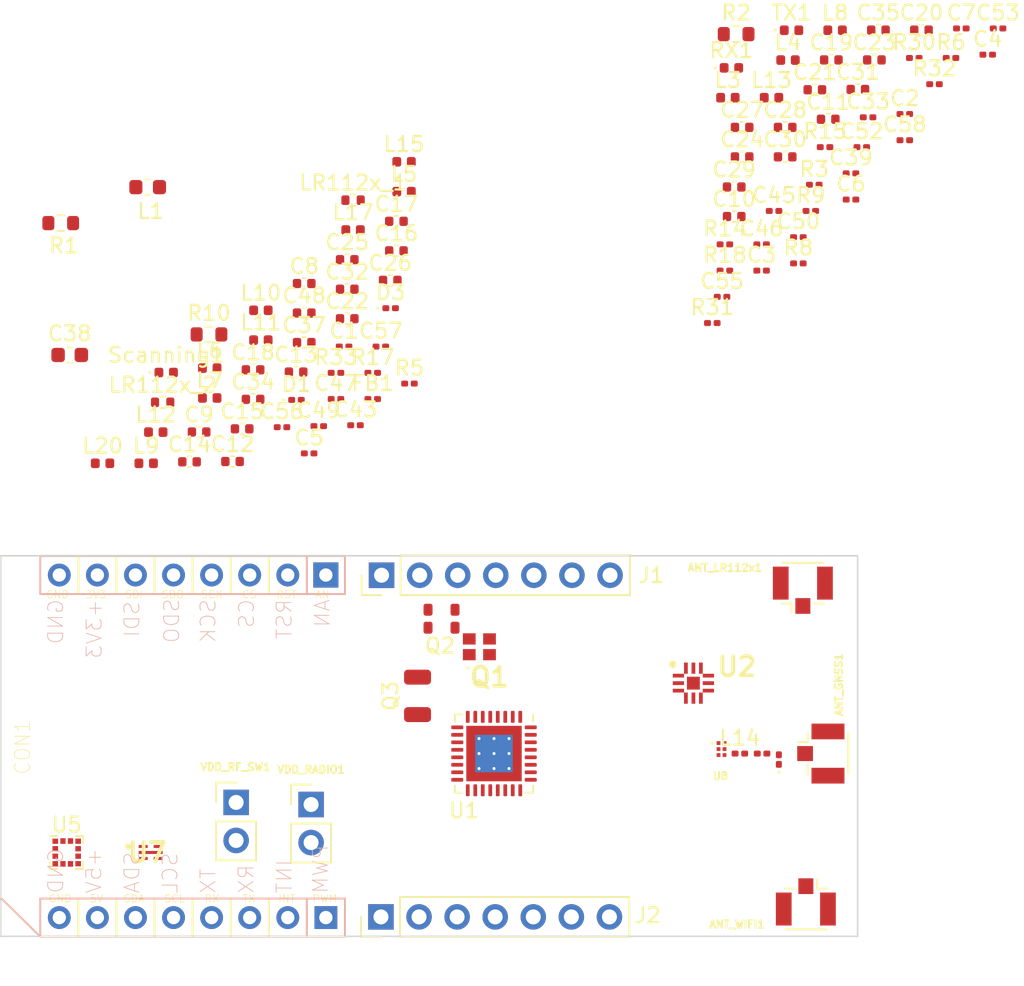
<source format=kicad_pcb>
(kicad_pcb (version 20211014) (generator pcbnew)
  (layers (0 "F.Cu" signal) (1 "In1.Cu" signal) (2 "In2.Cu" signal) (31 "B.Cu" signal) (34 "B.Paste" user) (35 "F.Paste" user) (36 "B.SilkS" user "B.Silkscreen") (37 "F.SilkS" user "F.Silkscreen") (38 "B.Mask" user) (39 "F.Mask" user) (44 "Edge.Cuts" user))
  (net 0 "")
  (net 1 "Net-(ANT_GNSS1-Pad1)")
  (net 2 "GND")
  (net 3 "Net-(ANT_LR112x1-Pad1)")
  (net 4 "Net-(ANT_WIFI1-Pad1)")
  (net 5 "/VDD_RADIO")
  (net 6 "/VREG")
  (net 7 "/VR_PA")
  (net 8 "Net-(C8-Pad1)")
  (net 9 "Net-(C8-Pad2)")
  (net 10 "Net-(C10-Pad1)")
  (net 11 "Net-(C10-Pad2)")
  (net 12 "/RFO_LP_LF")
  (net 13 "Net-(C13-Pad2)")
  (net 14 "Net-(C15-Pad1)")
  (net 15 "Net-(C15-Pad2)")
  (net 16 "Net-(C18-Pad2)")
  (net 17 "Net-(C19-Pad1)")
  (net 18 "Net-(C19-Pad2)")
  (net 19 "Net-(C21-Pad2)")
  (net 20 "Net-(C22-Pad2)")
  (net 21 "Net-(C23-Pad1)")
  (net 22 "Net-(C23-Pad2)")
  (net 23 "Net-(C25-Pad2)")
  (net 24 "Net-(C26-Pad2)")
  (net 25 "Net-(C27-Pad1)")
  (net 26 "Net-(C28-Pad1)")
  (net 27 "Net-(C29-Pad1)")
  (net 28 "Net-(C31-Pad1)")
  (net 29 "/VDD_MBED")
  (net 30 "/VDD_3V3")
  (net 31 "/VUSB_5V")
  (net 32 "/VDD_RF_SW")
  (net 33 "/LNA_CTRL_ON")
  (net 34 "Net-(C45-Pad1)")
  (net 35 "Net-(C46-Pad1)")
  (net 36 "Net-(C49-Pad1)")
  (net 37 "/XTA")
  (net 38 "Net-(C50-Pad2)")
  (net 39 "Net-(C52-Pad1)")
  (net 40 "Net-(C54-Pad2)")
  (net 41 "/VTCXO")
  (net 42 "/DIO11")
  (net 43 "/DIO10")
  (net 44 "/T_IRQ")
  (net 45 "/BUSY")
  (net 46 "/SNIFFING")
  (net 47 "/F_CS")
  (net 48 "/DIO9")
  (net 49 "/TFT_D{slash}C")
  (net 50 "/TFT_CS")
  (net 51 "/LED_RX")
  (net 52 "/LED_TX")
  (net 53 "/LNA_CTRL_MCU")
  (net 54 "/LR112x")
  (net 55 "/32k_OUT")
  (net 56 "/ACC_INT1")
  (net 57 "/DISP_RESET")
  (net 58 "Net-(L1-Pad1)")
  (net 59 "Net-(L14-Pad1)")
  (net 60 "/XTB")
  (net 61 "/I2C_SCL")
  (net 62 "/I2C_SDA")
  (net 63 "/DIO5")
  (net 64 "/DIO6")
  (net 65 "Net-(R14-Pad2)")
  (net 66 "Net-(R15-Pad2)")
  (net 67 "/DIO7")
  (net 68 "Net-(R30-Pad2)")
  (net 69 "Net-(R31-Pad2)")
  (net 70 "/DIO8")
  (net 71 "/LR_NRESET")
  (net 75 "/MISO")
  (net 76 "/MOSI")
  (net 77 "/SCK")
  (net 78 "/NSS")
  (net 79 "/RSFW0_V1")
  (net 80 "/RSFW1V2")
  (net 81 "/ACC_INT2")
  (footprint "Capacitor_SMD:C_0201_0603Metric" (layer "F.Cu") (at 165.83 66.56)
    (fp_text reference "C4" (at 0 -1.05) (layer "F.SilkS"))
    (fp_text value "100nF")
    (pad "1" smd roundrect (at -0.32 0) (size 0.46 0.4) (layers "F.Cu" "F.Mask") (net 5 "/VDD_RADIO"))
    (pad "2" smd roundrect (at 0.32 0) (size 0.46 0.4) (layers "F.Cu" "F.Mask") (net 2 "GND"))
  )
  (footprint "Package_LGA:LGA-12_2x2mm_P0.5mm" (layer "F.Cu") (at 104.4 119.8)
    (fp_text reference "U5" (at 0 -1.85) (layer "F.SilkS"))
    (fp_text value "LIS2DE12")
    (pad "1" smd rect (at -0.7625 -0.75) (size 0.375 0.35) (layers "F.Cu" "F.Paste" "F.Mask") (net 61 "/I2C_SCL"))
    (pad "2" smd rect (at -0.7625 -0.25) (size 0.375 0.35) (layers "F.Cu" "F.Paste" "F.Mask") (net 30 "/VDD_3V3"))
    (pad "3" smd rect (at -0.7625 0.25) (size 0.375 0.35) (layers "F.Cu" "F.Paste" "F.Mask") (net 30 "/VDD_3V3"))
    (pad "4" smd rect (at -0.7625 0.75) (size 0.375 0.35) (layers "F.Cu" "F.Paste" "F.Mask") (net 62 "/I2C_SDA"))
    (pad "5" smd rect (at -0.25 0.7625 90) (size 0.375 0.35) (layers "F.Cu" "F.Paste" "F.Mask") (net 2 "GND"))
    (pad "6" smd rect (at 0.25 0.7625 90) (size 0.375 0.35) (layers "F.Cu" "F.Paste" "F.Mask") (net 2 "GND"))
    (pad "7" smd rect (at 0.7625 0.75) (size 0.375 0.35) (layers "F.Cu" "F.Paste" "F.Mask") (net 2 "GND"))
    (pad "8" smd rect (at 0.7625 0.25) (size 0.375 0.35) (layers "F.Cu" "F.Paste" "F.Mask") (net 2 "GND"))
    (pad "9" smd rect (at 0.7625 -0.25) (size 0.375 0.35) (layers "F.Cu" "F.Paste" "F.Mask") (net 30 "/VDD_3V3"))
    (pad "10" smd rect (at 0.7625 -0.75) (size 0.375 0.35) (layers "F.Cu" "F.Paste" "F.Mask") (net 30 "/VDD_3V3"))
    (pad "11" smd rect (at 0.25 -0.7625 90) (size 0.375 0.35) (layers "F.Cu" "F.Paste" "F.Mask") (net 81 "/ACC_INT2"))
    (pad "12" smd rect (at -0.25 -0.7625 90) (size 0.375 0.35) (layers "F.Cu" "F.Paste" "F.Mask") (net 56 "/ACC_INT1"))
  )
  (footprint "Resistor_SMD:R_0603_1608Metric" (layer "F.Cu") (at 104 77.8)
    (fp_text reference "R1" (at 0.2 1.5) (layer "F.SilkS"))
    (fp_text value "NC")
    (pad "1" smd roundrect (at -0.825 0) (size 0.8 0.95) (layers "F.Cu" "F.Paste" "F.Mask") (net 5 "/VDD_RADIO"))
    (pad "2" smd roundrect (at 0.825 0) (size 0.8 0.95) (layers "F.Cu" "F.Paste" "F.Mask") (net 29 "/VDD_MBED"))
  )
  (footprint "Resistor_SMD:R_0201_0603Metric" (layer "F.Cu") (at 154.26 75.24)
    (fp_text reference "R3" (at 0 -1.05) (layer "F.SilkS"))
    (fp_text value "220")
    (pad "1" smd roundrect (at -0.32 0) (size 0.46 0.4) (layers "F.Cu" "F.Mask") (net 2 "GND"))
    (pad "2" smd roundrect (at 0.32 0) (size 0.46 0.4) (layers "F.Cu" "F.Mask") (net 37 "/XTA"))
  )
  (footprint "Connector_PinHeader_2.54mm:PinHeader_1x07_P2.54mm_Vertical" (layer "F.Cu") (at 125.4 101.3 90)
    (fp_text reference "J1" (at 0 18) (layer "F.SilkS"))
    (fp_text value "Conn_01x07" hide)
    (pad "1" thru_hole rect locked (at 0 0 90) (size 1.7 1.7) (drill 1) (layers *.Cu *.Mask) (net 44 "/T_IRQ"))
    (pad "2" thru_hole oval locked (at 0 2.54 90) (size 1.7 1.7) (drill 1) (layers *.Cu *.Mask) (net 45 "/BUSY"))
    (pad "3" thru_hole oval locked (at 0 5.08 90) (size 1.7 1.7) (drill 1) (layers *.Cu *.Mask) (net 46 "/SNIFFING"))
    (pad "4" thru_hole oval locked (at 0 7.62 90) (size 1.7 1.7) (drill 1) (layers *.Cu *.Mask) (net 47 "/F_CS"))
    (pad "5" thru_hole oval locked (at 0 10.16 90) (size 1.7 1.7) (drill 1) (layers *.Cu *.Mask) (net 48 "/DIO9"))
    (pad "6" thru_hole oval locked (at 0 12.7 90) (size 1.7 1.7) (drill 1) (layers *.Cu *.Mask) (net 49 "/TFT_D{slash}C"))
    (pad "7" thru_hole oval locked (at 0 15.24 90) (size 1.7 1.7) (drill 1) (layers *.Cu *.Mask) (net 50 "/TFT_CS"))
  )
  (footprint "Capacitor_SMD:C_0201_0603Metric" (layer "F.Cu") (at 160.3 70.52)
    (fp_text reference "C2" (at 0 -1.05) (layer "F.SilkS"))
    (fp_text value "47pF")
    (pad "1" smd roundrect (at -0.32 0) (size 0.46 0.4) (layers "F.Cu" "F.Mask") (net 5 "/VDD_RADIO"))
    (pad "2" smd roundrect (at 0.32 0) (size 0.46 0.4) (layers "F.Cu" "F.Mask") (net 2 "GND"))
  )
  (footprint "Capacitor_SMD:C_0201_0603Metric" (layer "F.Cu") (at 118.76 91.42)
    (fp_text reference "C56" (at 0 -1.05) (layer "F.SilkS"))
    (fp_text value "0.5pF")
    (pad "1" smd roundrect (at -0.32 0) (size 0.46 0.4) (layers "F.Cu" "F.Mask") (net 2 "GND"))
    (pad "2" smd roundrect (at 0.32 0) (size 0.46 0.4) (layers "F.Cu" "F.Mask") (net 42 "/DIO11"))
  )
  (footprint "Inductor_SMD:L_0402_1005Metric" (layer "F.Cu") (at 113.94 87.48)
    (fp_text reference "L6" (at 0 -1.17) (layer "F.SilkS"))
    (fp_text value "9.5nH")
    (pad "1" smd roundrect (at -0.485 0) (size 0.59 0.64) (layers "F.Cu" "F.Paste" "F.Mask") (net 10 "Net-(C10-Pad1)"))
    (pad "2" smd roundrect (at 0.485 0) (size 0.59 0.64) (layers "F.Cu" "F.Paste" "F.Mask") (net 9 "Net-(C8-Pad2)"))
  )
  (footprint "Capacitor_SMD:C_0402_1005Metric" (layer "F.Cu") (at 120.24 85.77)
    (fp_text reference "C37" (at 0 -1.16) (layer "F.SilkS"))
    (fp_text value "12pF")
    (pad "1" smd roundrect (at -0.48 0) (size 0.56 0.62) (layers "F.Cu" "F.Paste" "F.Mask") (net 2 "GND"))
    (pad "2" smd roundrect (at 0.48 0) (size 0.56 0.62) (layers "F.Cu" "F.Paste" "F.Mask") (net 31 "/VUSB_5V"))
  )
  (footprint "SKY13588:QFN50P200X200X65-13N-D" (layer "F.Cu") (at 146.2 108.5)
    (fp_text reference "U2" (at 2.9 -1.1) (layer "F.SilkS") (effects (font (size 1.27 1.27) (thickness 0.254))))
    (fp_text value "SKY13588-460LF" hide)
    (pad "1" smd rect locked (at -1 -0.5 90) (size 0.25 0.75) (layers "F.Cu" "F.Paste" "F.Mask") (net 11 "Net-(C10-Pad2)"))
    (pad "2" smd rect locked (at -1 0 90) (size 0.25 0.75) (layers "F.Cu" "F.Paste" "F.Mask") (net 2 "GND"))
    (pad "3" smd rect locked (at -1 0.5 90) (size 0.25 0.75) (layers "F.Cu" "F.Paste" "F.Mask") (net 15 "Net-(C15-Pad2)"))
    (pad "4" smd rect locked (at -0.5 1) (size 0.25 0.75) (layers "F.Cu" "F.Paste" "F.Mask") (net 79 "/RSFW0_V1"))
    (pad "5" smd rect locked (at 0 1) (size 0.25 0.75) (layers "F.Cu" "F.Paste" "F.Mask") (net 80 "/RSFW1V2"))
    (pad "6" smd rect locked (at 0.5 1) (size 0.25 0.75) (layers "F.Cu" "F.Paste" "F.Mask") (net 32 "/VDD_RF_SW"))
    (pad "7" smd rect locked (at 1 0.5 90) (size 0.25 0.75) (layers "F.Cu" "F.Paste" "F.Mask") (net 2 "GND"))
    (pad "8" smd rect locked (at 1 0 90) (size 0.25 0.75) (layers "F.Cu" "F.Paste" "F.Mask") (net 2 "GND"))
    (pad "9" smd rect locked (at 1 -0.5 90) (size 0.25 0.75) (layers "F.Cu" "F.Paste" "F.Mask") (net 19 "Net-(C21-Pad2)"))
    (pad "10" smd rect locked (at 0.5 -1) (size 0.25 0.75) (layers "F.Cu" "F.Paste" "F.Mask") (net 2 "GND"))
    (pad "11" smd rect locked (at 0 -1) (size 0.25 0.75) (layers "F.Cu" "F.Paste" "F.Mask") (net 28 "Net-(C31-Pad1)"))
    (pad "12" smd rect locked (at -0.5 -1) (size 0.25 0.75) (layers "F.Cu" "F.Paste" "F.Mask") (net 2 "GND"))
    (pad "13" smd rect locked (at 0 0) (size 0.86 0.86) (layers "F.Cu" "F.Paste" "F.Mask") (net 2 "GND"))
  )
  (footprint "Capacitor_SMD:C_0402_1005Metric" (layer "F.Cu") (at 155.19 70.87)
    (fp_text reference "C11" (at 0 -1.16) (layer "F.SilkS"))
    (fp_text value "NC")
    (pad "1" smd roundrect (at -0.48 0) (size 0.56 0.62) (layers "F.Cu" "F.Paste" "F.Mask") (net 10 "Net-(C10-Pad1)"))
    (pad "2" smd roundrect (at 0.48 0) (size 0.56 0.62) (layers "F.Cu" "F.Paste" "F.Mask") (net 2 "GND"))
  )
  (footprint "Connector_PinHeader_2.54mm:PinHeader_1x02_P2.54mm_Vertical" (layer "F.Cu") (at 115.7 116.46)
    (fp_text reference "VDD_RF_SW1" (at -0.05 -2.36 180) (layer "F.SilkS") (effects (font (size 0.5 0.5) (thickness 0.125))))
    (fp_text value "Jumper_2_Bridged")
    (pad "1" thru_hole rect (at 0 0) (size 1.7 1.7) (drill 1) (layers *.Cu *.Mask) (net 32 "/VDD_RF_SW"))
    (pad "2" thru_hole oval (at 0 2.54) (size 1.7 1.7) (drill 1) (layers *.Cu *.Mask) (net 30 "/VDD_3V3"))
  )
  (footprint "Capacitor_SMD:C_0402_1005Metric" (layer "F.Cu") (at 158.27 66.91)
    (fp_text reference "C23" (at 0 -1.16) (layer "F.SilkS"))
    (fp_text value "1.5pF")
    (pad "1" smd roundrect (at -0.48 0) (size 0.56 0.62) (layers "F.Cu" "F.Paste" "F.Mask") (net 21 "Net-(C23-Pad1)"))
    (pad "2" smd roundrect (at 0.48 0) (size 0.56 0.62) (layers "F.Cu" "F.Paste" "F.Mask") (net 22 "Net-(C23-Pad2)"))
  )
  (footprint "Inductor_SMD:L_0402_1005Metric" (layer "F.Cu") (at 113.94 89.47)
    (fp_text reference "L7" (at 0 -1.17) (layer "F.SilkS"))
    (fp_text value "9.5nH")
    (pad "1" smd roundrect (at -0.485 0) (size 0.59 0.64) (layers "F.Cu" "F.Paste" "F.Mask") (net 13 "Net-(C13-Pad2)"))
    (pad "2" smd roundrect (at 0.485 0) (size 0.59 0.64) (layers "F.Cu" "F.Paste" "F.Mask") (net 12 "/RFO_LP_LF"))
  )
  (footprint "EXS00A-CS06465:NX2016SA32MEXS00ACS06465" (layer "F.Cu") (at 131.925 106.075)
    (fp_text reference "Q1" (at 0.675 2.025) (layer "F.SilkS") (effects (font (size 1.27 1.27) (thickness 0.254))))
    (fp_text value "NX2016SA-32M-EXS00A-CS06465" hide)
    (pad "1" smd rect locked (at -0.675 0.525 90) (size 0.75 0.85) (layers "F.Cu" "F.Paste" "F.Mask") (net 60 "/XTB"))
    (pad "2" smd rect locked (at 0.675 0.525 90) (size 0.75 0.85) (layers "F.Cu" "F.Paste" "F.Mask") (net 2 "GND"))
    (pad "3" smd rect locked (at 0.675 -0.525 90) (size 0.75 0.85) (layers "F.Cu" "F.Paste" "F.Mask") (net 37 "/XTA"))
    (pad "4" smd rect locked (at -0.675 -0.525 90) (size 0.75 0.85) (layers "F.Cu" "F.Paste" "F.Mask") (net 2 "GND"))
  )
  (footprint "Resistor_SMD:R_0201_0603Metric" (layer "F.Cu") (at 163.38 66.78)
    (fp_text reference "R6" (at 0 -1.05) (layer "F.SilkS"))
    (fp_text value "NC")
    (pad "1" smd roundrect (at -0.32 0) (size 0.46 0.4) (layers "F.Cu" "F.Mask") (net 62 "/I2C_SDA"))
    (pad "2" smd roundrect (at 0.32 0) (size 0.46 0.4) (layers "F.Cu" "F.Mask") (net 30 "/VDD_3V3"))
  )
  (footprint "Inductor_SMD:L_0402_1005Metric" (layer "F.Cu") (at 148.5 69.43)
    (fp_text reference "L3" (at 0 -1.17) (layer "F.SilkS"))
    (fp_text value "9.5nH")
    (pad "1" smd roundrect (at -0.485 0) (size 0.59 0.64) (layers "F.Cu" "F.Paste" "F.Mask") (net 8 "Net-(C8-Pad1)"))
    (pad "2" smd roundrect (at 0.485 0) (size 0.59 0.64) (layers "F.Cu" "F.Paste" "F.Mask") (net 7 "/VR_PA"))
  )
  (footprint "Capacitor_SMD:C_0402_1005Metric" (layer "F.Cu") (at 125.98 81.62)
    (fp_text reference "C26" (at 0 -1.16) (layer "F.SilkS"))
    (fp_text value "0.5pF")
    (pad "1" smd roundrect (at -0.48 0) (size 0.56 0.62) (layers "F.Cu" "F.Paste" "F.Mask") (net 2 "GND"))
    (pad "2" smd roundrect (at 0.48 0) (size 0.56 0.62) (layers "F.Cu" "F.Paste" "F.Mask") (net 24 "Net-(C26-Pad2)"))
  )
  (footprint "Capacitor_SMD:C_0201_0603Metric" (layer "F.Cu") (at 121.21 91.35)
    (fp_text reference "C49" (at 0 -1.05) (layer "F.SilkS"))
    (fp_text value "0.5pF")
    (pad "1" smd roundrect (at -0.32 0) (size 0.46 0.4) (layers "F.Cu" "F.Mask") (net 36 "Net-(C49-Pad1)"))
    (pad "2" smd roundrect (at 0.32 0) (size 0.46 0.4) (layers "F.Cu" "F.Mask") (net 2 "GND"))
  )
  (footprint "Capacitor_SMD:C_0201_0603Metric" (layer "F.Cu") (at 160.3 72.27)
    (fp_text reference "C58" (at 0 -1.05) (layer "F.SilkS"))
    (fp_text value "1nF")
    (pad "1" smd roundrect (at -0.32 0) (size 0.46 0.4) (layers "F.Cu" "F.Mask") (net 2 "GND"))
    (pad "2" smd roundrect (at 0.32 0) (size 0.46 0.4) (layers "F.Cu" "F.Mask") (net 32 "/VDD_RF_SW"))
  )
  (footprint "Capacitor_SMD:C_0402_1005Metric" (layer "F.Cu") (at 113.23 91.74)
    (fp_text reference "C9" (at 0 -1.16) (layer "F.SilkS"))
    (fp_text value "0.5pF")
    (pad "1" smd roundrect (at -0.48 0) (size 0.56 0.62) (layers "F.Cu" "F.Paste" "F.Mask") (net 9 "Net-(C8-Pad2)"))
    (pad "2" smd roundrect (at 0.48 0) (size 0.56 0.62) (layers "F.Cu" "F.Paste" "F.Mask") (net 2 "GND"))
  )
  (footprint "Connector_Coaxial:U.FL_Hirose_U.FL-R-SMT-1_Vertical" (layer "F.Cu") (at 153.5 102.3 90)
    (fp_text reference "ANT_LR112x1" (at 1.5 -5.2) (layer "F.SilkS") (effects (font (size 0.5 0.5) (thickness 0.125))))
    (fp_text value "Conn_Coaxial")
    (pad "1" smd rect (at -1.05 0 90) (size 1.05 1) (layers "F.Cu" "F.Paste" "F.Mask") (net 3 "Net-(ANT_LR112x1-Pad1)"))
    (pad "2" smd rect (at 0.475 1.475 90) (size 2.2 1.05) (layers "F.Cu" "F.Paste" "F.Mask") (net 2 "GND"))
    (pad "2" smd rect (at 0.475 -1.475 90) (size 2.2 1.05) (layers "F.Cu" "F.Paste" "F.Mask") (net 2 "GND"))
  )
  (footprint "Resistor_SMD:R_0201_0603Metric" (layer "F.Cu") (at 154.98 72.73)
    (fp_text reference "R15" (at 0 -1.05) (layer "F.SilkS"))
    (fp_text value "330")
    (pad "1" smd roundrect (at -0.32 0) (size 0.46 0.4) (layers "F.Cu" "F.Mask") (net 2 "GND"))
    (pad "2" smd roundrect (at 0.32 0) (size 0.46 0.4) (layers "F.Cu" "F.Mask") (net 66 "Net-(R15-Pad2)"))
  )
  (footprint "Capacitor_SMD:C_0402_1005Metric" (layer "F.Cu") (at 126.39 79.65)
    (fp_text reference "C16" (at 0 -1.16) (layer "F.SilkS"))
    (fp_text value "NC")
    (pad "1" smd roundrect (at -0.48 0) (size 0.56 0.62) (layers "F.Cu" "F.Paste" "F.Mask") (net 14 "Net-(C15-Pad1)"))
    (pad "2" smd roundrect (at 0.48 0) (size 0.56 0.62) (layers "F.Cu" "F.Paste" "F.Mask") (net 2 "GND"))
  )
  (footprint "Capacitor_SMD:C_0201_0603Metric" (layer "F.Cu") (at 150.78 113.2 180)
    (fp_text reference "C54" hide)
    (fp_text value "33pF")
    (pad "1" smd roundrect (at -0.32 0 180) (size 0.46 0.4) (layers "F.Cu" "F.Mask") (net 1 "Net-(ANT_GNSS1-Pad1)"))
    (pad "2" smd roundrect (at 0.32 0 180) (size 0.46 0.4) (layers "F.Cu" "F.Mask") (net 40 "Net-(C54-Pad2)"))
  )
  (footprint "Resistor_SMD:R_0201_0603Metric" (layer "F.Cu") (at 154.03 76.99)
    (fp_text reference "R9" (at 0 -1.05) (layer "F.SilkS"))
    (fp_text value "100")
    (pad "1" smd roundrect (at -0.32 0) (size 0.46 0.4) (layers "F.Cu" "F.Mask") (net 64 "/DIO6"))
    (pad "2" smd roundrect (at 0.32 0) (size 0.46 0.4) (layers "F.Cu" "F.Mask") (net 35 "Net-(C46-Pad1)"))
  )
  (footprint "Capacitor_SMD:C_0201_0603Metric" (layer "F.Cu") (at 156.71 76.23)
    (fp_text reference "C6" (at 0 -1.05) (layer "F.SilkS"))
    (fp_text value "47pF")
    (pad "1" smd roundrect (at -0.32 0) (size 0.46 0.4) (layers "F.Cu" "F.Mask") (net 7 "/VR_PA"))
    (pad "2" smd roundrect (at 0.32 0) (size 0.46 0.4) (layers "F.Cu" "F.Mask") (net 2 "GND"))
  )
  (footprint "Resistor_SMD:R_0201_0603Metric" (layer "F.Cu") (at 127.26 88.51)
    (fp_text reference "R5" (at 0 -1.05) (layer "F.SilkS"))
    (fp_text value "NC")
    (pad "1" smd roundrect (at -0.32 0) (size 0.46 0.4) (layers "F.Cu" "F.Mask") (net 61 "/I2C_SCL"))
    (pad "2" smd roundrect (at 0.32 0) (size 0.46 0.4) (layers "F.Cu" "F.Mask") (net 30 "/VDD_3V3"))
  )
  (footprint "Capacitor_SMD:C_0402_1005Metric" (layer "F.Cu") (at 148.92 77.36)
    (fp_text reference "C10" (at 0 -1.16) (layer "F.SilkS"))
    (fp_text value "12pF")
    (pad "1" smd roundrect (at -0.48 0) (size 0.56 0.62) (layers "F.Cu" "F.Paste" "F.Mask") (net 10 "Net-(C10-Pad1)"))
    (pad "2" smd roundrect (at 0.48 0) (size 0.56 0.62) (layers "F.Cu" "F.Paste" "F.Mask") (net 11 "Net-(C10-Pad2)"))
  )
  (footprint "Capacitor_SMD:C_0402_1005Metric" (layer "F.Cu") (at 149.45 71.41)
    (fp_text reference "C27" (at 0 -1.16) (layer "F.SilkS"))
    (fp_text value "1.3pF")
    (pad "1" smd roundrect (at -0.48 0) (size 0.56 0.62) (layers "F.Cu" "F.Paste" "F.Mask") (net 25 "Net-(C27-Pad1)"))
    (pad "2" smd roundrect (at 0.48 0) (size 0.56 0.62) (layers "F.Cu" "F.Paste" "F.Mask") (net 2 "GND"))
  )
  (footprint "Resistor_SMD:R_0201_0603Metric" (layer "F.Cu") (at 124.81 87.79)
    (fp_text reference "R17" (at 0 -1.05) (layer "F.SilkS"))
    (fp_text value "NC")
    (pad "1" smd roundrect (at -0.32 0) (size 0.46 0.4) (layers "F.Cu" "F.Mask") (net 67 "/DIO7"))
    (pad "2" smd roundrect (at 0.32 0) (size 0.46 0.4) (layers "F.Cu" "F.Mask") (net 33 "/LNA_CTRL_ON"))
  )
  (footprint "Inductor_SMD:L_0402_1005Metric" (layer "F.Cu") (at 109.7 93.83)
    (fp_text reference "L9" (at 0 -1.17) (layer "F.SilkS"))
    (fp_text value "9.5nH")
    (pad "1" smd roundrect (at -0.485 0) (size 0.59 0.64) (layers "F.Cu" "F.Paste" "F.Mask") (net 17 "Net-(C19-Pad1)"))
    (pad "2" smd roundrect (at 0.485 0) (size 0.59 0.64) (layers "F.Cu" "F.Paste" "F.Mask") (net 16 "Net-(C18-Pad2)"))
  )
  (footprint "Capacitor_SMD:C_0402_1005Metric" (layer "F.Cu") (at 154.3 68.9)
    (fp_text reference "C21" (at 0 -1.16) (layer "F.SilkS"))
    (fp_text value "12pF")
    (pad "1" smd roundrect (at -0.48 0) (size 0.56 0.62) (layers "F.Cu" "F.Paste" "F.Mask") (net 18 "Net-(C19-Pad2)"))
    (pad "2" smd roundrect (at 0.48 0) (size 0.56 0.62) (layers "F.Cu" "F.Paste" "F.Mask") (net 19 "Net-(C21-Pad2)"))
  )
  (footprint "TXCO:NX3215SA" (layer "F.Cu") (at 127.8 109.35 90)
    (fp_text reference "Q3" (at 0 -1.8 90 unlocked) (layer "F.SilkS"))
    (fp_text value "NX3215SA")
    (pad "1" smd roundrect locked (at -1.25 0 90) (size 1 1.8) (layers "F.Cu" "F.Paste" "F.Mask") (net 42 "/DIO11"))
    (pad "2" smd roundrect locked (at 1.25 0 90) (size 1 1.8) (layers "F.Cu" "F.Paste" "F.Mask") (net 43 "/DIO10"))
  )
  (footprint "Capacitor_SMD:C_0402_1005Metric" (layer "F.Cu") (at 158.54 64.92)
    (fp_text reference "C35" (at 0 -1.16) (layer "F.SilkS"))
    (fp_text value "12pF")
    (pad "1" smd roundrect (at -0.48 0) (size 0.56 0.62) (layers "F.Cu" "F.Paste" "F.Mask") (net 2 "GND"))
    (pad "2" smd roundrect (at 0.48 0) (size 0.56 0.62) (layers "F.Cu" "F.Paste" "F.Mask") (net 30 "/VDD_3V3"))
  )
  (footprint "Capacitor_SMD:C_0201_0603Metric" (layer "F.Cu") (at 122.9 86.04)
    (fp_text reference "C1" (at 0 -1.05) (layer "F.SilkS"))
    (fp_text value "100nF")
    (pad "1" smd roundrect (at -0.32 0) (size 0.46 0.4) (layers "F.Cu" "F.Mask") (net 5 "/VDD_RADIO"))
    (pad "2" smd roundrect (at 0.32 0) (size 0.46 0.4) (layers "F.Cu" "F.Mask") (net 2 "GND"))
  )
  (footprint "Inductor_SMD:L_0201_0603Metric" (layer "F.Cu") (at 149.3 113.2)
    (fp_text reference "L14" (at 0 -1.05) (layer "F.SilkS"))
    (fp_text value "33nH")
    (pad "1" smd roundrect (at -0.32 0) (size 0.46 0.4) (layers "F.Cu" "F.Mask") (net 59 "Net-(L14-Pad1)"))
    (pad "2" smd roundrect (at 0.32 0) (size 0.46 0.4) (layers "F.Cu" "F.Mask") (net 40 "Net-(C54-Pad2)"))
  )
  (footprint "LED_SMD:LED_0402_1005Metric" (layer "F.Cu") (at 148.735 67.44)
    (fp_text reference "RX1" (at 0 -1.17) (layer "F.SilkS"))
    (fp_text value "LED")
    (pad "1" smd roundrect (at -0.485 0) (size 0.59 0.64) (layers "F.Cu" "F.Paste" "F.Mask") (net 66 "Net-(R15-Pad2)"))
    (pad "2" smd roundrect (at 0.485 0) (size 0.59 0.64) (layers "F.Cu" "F.Paste" "F.Mask") (net 51 "/LED_RX"))
  )
  (footprint "Capacitor_SMD:C_0402_1005Metric" (layer "F.Cu") (at 155.4 66.91)
    (fp_text reference "C19" (at 0 -1.16) (layer "F.SilkS"))
    (fp_text value "1.5pF")
    (pad "1" smd roundrect (at -0.48 0) (size 0.56 0.62) (layers "F.Cu" "F.Paste" "F.Mask") (net 17 "Net-(C19-Pad1)"))
    (pad "2" smd roundrect (at 0.48 0) (size 0.56 0.62) (layers "F.Cu" "F.Paste" "F.Mask") (net 18 "Net-(C19-Pad2)"))
  )
  (footprint "Capacitor_SMD:C_0201_0603Metric" (layer "F.Cu") (at 156.71 74.48)
    (fp_text reference "C39" (at 0 -1.05) (layer "F.SilkS"))
    (fp_text value "1.5pF")
    (pad "1" smd roundrect (at -0.32 0) (size 0.46 0.4) (layers "F.Cu" "F.Mask") (net 2 "GND"))
    (pad "2" smd roundrect (at 0.32 0) (size 0.46 0.4) (layers "F.Cu" "F.Mask") (net 32 "/VDD_RF_SW"))
  )
  (footprint "Capacitor_SMD:C_0402_1005Metric" (layer "F.Cu") (at 148.92 75.39)
    (fp_text reference "C29" (at 0 -1.16) (layer "F.SilkS"))
    (fp_text value "33pF")
    (pad "1" smd roundrect (at -0.48 0) (size 0.56 0.62) (layers "F.Cu" "F.Paste" "F.Mask") (net 27 "Net-(C29-Pad1)"))
    (pad "2" smd roundrect (at 0.48 0) (size 0.56 0.62) (layers "F.Cu" "F.Paste" "F.Mask") (net 4 "Net-(ANT_WIFI1-Pad1)"))
  )
  (footprint "Diode_SMD:D_0201_0603Metric" (layer "F.Cu") (at 151.9 113.6 90)
    (fp_text reference "D2" hide)
    (fp_text value "RClamp2451ZA")
    (pad "1" smd roundrect (at -0.32 0 90) (size 0.46 0.4) (layers "F.Cu" "F.Mask") (net 2 "GND"))
    (pad "2" smd roundrect (at 0.32 0 90) (size 0.46 0.4) (layers "F.Cu" "F.Mask") (net 1 "Net-(ANT_GNSS1-Pad1)"))
  )
  (footprint "Capacitor_SMD:C_0402_1005Metric" (layer "F.Cu") (at 149.45 73.38)
    (fp_text reference "C24" (at 0 -1.16) (layer "F.SilkS"))
    (fp_text value "0.5pF")
    (pad "1" smd roundrect (at -0.48 0) (size 0.56 0.62) (layers "F.Cu" "F.Paste" "F.Mask") (net 2 "GND"))
    (pad "2" smd roundrect (at 0.48 0) (size 0.56 0.62) (layers "F.Cu" "F.Paste" "F.Mask") (net 22 "Net-(C23-Pad2)"))
  )
  (footprint "Inductor_SMD:L_0402_1005Metric" (layer "F.Cu") (at 117.35 83.62)
    (fp_text reference "L10" (at 0 -1.17) (layer "F.SilkS"))
    (fp_text value "33nH")
    (pad "1" smd roundrect (at -0.485 0) (size 0.59 0.64) (layers "F.Cu" "F.Paste" "F.Mask") (net 18 "Net-(C19-Pad2)"))
    (pad "2" smd roundrect (at 0.485 0) (size 0.59 0.64) (layers "F.Cu" "F.Paste" "F.Mask") (net 16 "Net-(C18-Pad2)"))
  )
  (footprint "Capacitor_SMD:C_0201_0603Metric" (layer "F.Cu") (at 122.36 89.54)
    (fp_text reference "C47" (at 0 -1.05) (layer "F.SilkS"))
    (fp_text value "1pF")
    (pad "1" smd roundrect (at -0.32 0) (size 0.46 0.4) (layers "F.Cu" "F.Mask") (net 2 "GND"))
    (pad "2" smd roundrect (at 0.32 0) (size 0.46 0.4) (layers "F.Cu" "F.Mask") (net 30 "/VDD_3V3"))
  )
  (footprint "Capacitor_SMD:C_0402_1005Metric" (layer "F.Cu") (at 123.11 80.24)
    (fp_text reference "C25" (at 0 -1.16) (layer "F.SilkS"))
    (fp_text value "12pF")
    (pad "1" smd roundrect (at -0.48 0) (size 0.56 0.62) (layers "F.Cu" "F.Paste" "F.Mask") (net 22 "Net-(C23-Pad2)"))
    (pad "2" smd roundrect (at 0.48 0) (size 0.56 0.62) (layers "F.Cu" "F.Paste" "F.Mask") (net 23 "Net-(C25-Pad2)"))
  )
  (footprint "Capacitor_SMD:C_0402_1005Metric" (layer "F.Cu") (at 120.24 81.83)
    (fp_text reference "C8" (at 0 -1.16) (layer "F.SilkS"))
    (fp_text value "NC")
    (pad "1" smd roundrect (at -0.48 0) (size 0.56 0.62) (layers "F.Cu" "F.Paste" "F.Mask") (net 8 "Net-(C8-Pad1)"))
    (pad "2" smd roundrect (at 0.48 0) (size 0.56 0.62) (layers "F.Cu" "F.Paste" "F.Mask") (net 9 "Net-(C8-Pad2)"))
  )
  (footprint "Capacitor_SMD:C_0402_1005Metric" (layer "F.Cu") (at 152.32 73.38)
    (fp_text reference "C30" (at 0 -1.16) (layer "F.SilkS"))
    (fp_text value "0.7pF")
    (pad "1" smd roundrect (at -0.48 0) (size 0.56 0.62) (layers "F.Cu" "F.Paste" "F.Mask") (net 27 "Net-(C29-Pad1)"))
    (pad "2" smd roundrect (at 0.48 0) (size 0.56 0.62) (layers "F.Cu" "F.Paste" "F.Mask") (net 2 "GND"))
  )
  (footprint "Resistor_SMD:R_0603_1608Metric" (layer "F.Cu") (at 149.05 65.19)
    (fp_text reference "R2" (at 0 -1.43) (layer "F.SilkS"))
    (fp_text value "0R")
    (pad "1" smd roundrect (at -0.825 0) (size 0.8 0.95) (layers "F.Cu" "F.Paste" "F.Mask") (net 30 "/VDD_3V3"))
    (pad "2" smd roundrect (at 0.825 0) (size 0.8 0.95) (layers "F.Cu" "F.Paste" "F.Mask") (net 29 "/VDD_MBED"))
  )
  (footprint "Capacitor_SMD:C_0201_0603Metric" (layer "F.Cu") (at 150.75 80.97)
    (fp_text reference "C3" (at 0 -1.05) (layer "F.SilkS"))
    (fp_text value "470nF")
    (pad "1" smd roundrect (at -0.32 0) (size 0.46 0.4) (layers "F.Cu" "F.Mask") (net 6 "/VREG"))
    (pad "2" smd roundrect (at 0.32 0) (size 0.46 0.4) (layers "F.Cu" "F.Mask") (net 2 "GND"))
  )
  (footprint "Connector_PinHeader_2.54mm:PinHeader_1x02_P2.54mm_Vertical" (layer "F.Cu") (at 120.7 116.6)
    (fp_text reference "VDD_RADIO1" (at 0 -2.33) (layer "F.SilkS") (effects (font (size 0.5 0.5) (thickness 0.125))))
    (fp_text value "Jumper_2_Bridged")
    (pad "1" thru_hole rect (at 0 0) (size 1.7 1.7) (drill 1) (layers *.Cu *.Mask) (net 5 "/VDD_RADIO"))
    (pad "2" thru_hole oval (at 0 2.54) (size 1.7 1.7) (drill 1) (layers *.Cu *.Mask) (net 29 "/VDD_MBED"))
  )
  (footprint "Capacitor_SMD:C_0201_0603Metric" (layer "F.Cu") (at 157.85 70.74)
    (fp_text reference "C33" (at 0 -1.05) (layer "F.SilkS"))
    (fp_text value "12pF")
    (pad "1" smd roundrect (at -0.32 0) (size 0.46 0.4) (layers "F.Cu" "F.Mask") (net 2 "GND"))
    (pad "2" smd roundrect (at 0.32 0) (size 0.46 0.4) (layers "F.Cu" "F.Mask") (net 29 "/VDD_MBED"))
  )
  (footprint "Inductor_SMD:L_0402_1005Metric" (layer "F.Cu") (at 106.79 93.83)
    (fp_text reference "L20" (at 0 -1.17) (layer "F.SilkS"))
    (fp_text value "3.6nH")
    (pad "1" smd roundrect (at -0.485 0) (size 0.59 0.64) (layers "F.Cu" "F.Paste" "F.Mask") (net 27 "Net-(C29-Pad1)"))
    (pad "2" smd roundrect (at 0.485 0) (size 0.59 0.64) (layers "F.Cu" "F.Paste" "F.Mask") (net 26 "Net-(C28-Pad1)"))
  )
  (footprint "Connector_PinHeader_2.54mm:PinHeader_1x07_P2.54mm_Vertical" (layer "F.Cu") (at 125.36 124.1 90)
    (fp_text reference "J2" (at 0.1 17.8) (layer "F.SilkS"))
    (fp_text value "Conn_01x07" hide)
    (pad "1" thru_hole rect locked (at 0 0 90) (size 1.7 1.7) (drill 1) (layers *.Cu *.Mask) (net 51 "/LED_RX"))
    (pad "2" thru_hole oval locked (at 0 2.54 90) (size 1.7 1.7) (drill 1) (layers *.Cu *.Mask) (net 52 "/LED_TX"))
    (pad "3" thru_hole oval locked (at 0 5.08 90) (size 1.7 1.7) (drill 1) (layers *.Cu *.Mask) (net 53 "/LNA_CTRL_MCU"))
    (pad "4" thru_hole oval locked (at 0 7.62 90) (size 1.7 1.7) (drill 1) (layers *.Cu *.Mask) (net 54 "/LR112x"))
    (pad "5" thru_hole oval locked (at 0 10.16 90) (size 1.7 1.7) (drill 1) (layers *.Cu *.Mask) (net 55 "/32k_OUT"))
    (pad "6" thru_hole oval locked (at 0 12.7 90) (size 1.7 1.7) (drill 1) (layers *.Cu *.Mask) (net 56 "/ACC_INT1"))
    (pad "7" thru_hole oval locked (at 0 15.24 90) (size 1.7 1.7) (drill 1) (layers *.Cu *.Mask) (net 57 "/DISP_RESET"))
  )
  (footprint "Capacitor_SMD:C_0201_0603Metric" (layer "F.Cu") (at 148.11 82.72)
    (fp_text reference "C55" (at 0 -1.05) (layer "F.SilkS"))
    (fp_text value "0.5pF")
    (pad "1" smd roundrect (at -0.32 0) (size 0.46 0.4) (layers "F.Cu" "F.Mask") (net 41 "/VTCXO"))
    (pad "2" smd roundrect (at 0.32 0) (size 0.46 0.4) (layers "F.Cu" "F.Mask") (net 2 "GND"))
  )
  (footprint "Resistor_SMD:R_0402_1005Metric" (layer "F.Cu") (at 123.5 76.27)
    (fp_text reference "LR112x_1" (at 0 -1.17) (layer "F.SilkS"))
    (fp_text value "0R")
    (pad "1" smd roundrect (at -0.51 0) (size 0.54 0.64) (layers "F.Cu" "F.Paste" "F.Mask") (net 54 "/LR112x"))
    (pad "2" smd roundrect (at 0.51 0) (size 0.54 0.64) (layers "F.Cu" "F.Paste" "F.Mask") (net 30 "/VDD_3V3"))
  )
  (footprint "Inductor_SMD:L_0402_1005Metric" (layer "F.Cu") (at 152.51 66.92)
    (fp_text reference "L4" (at 0 -1.17) (layer "F.SilkS"))
    (fp_text value "9.5nH")
    (pad "1" smd roundrect (at -0.485 0) (size 0.59 0.64) (layers "F.Cu" "F.Paste" "F.Mask") (net 7 "/VR_PA"))
    (pad "2" smd roundrect (at 0.485 0) (size 0.59 0.64) (layers "F.Cu" "F.Paste" "F.Mask") (net 12 "/RFO_LP_LF"))
  )
  (footprint "Resistor_SMD:R_0603_1608Metric" (layer "F.Cu") (at 113.89 85.23)
    (fp_text reference "R10" (at 0 -1.43) (layer "F.SilkS"))
    (fp_text value "NC")
    (pad "1" smd roundrect (at -0.825 0) (size 0.8 0.95) (layers "F.Cu" "F.Paste" "F.Mask") (net 32 "/VDD_RF_SW"))
    (pad "2" smd roundrect (at 0.825 0) (size 0.8 0.95) (layers "F.Cu" "F.Paste" "F.Mask") (net 30 "/VDD_3V3"))
  )
  (footprint "Mikrobus:MIKROBUS_MODULE_CONN" (layer "F.Cu") (at 121.685 101.285 -90)
    (fp_text reference "CON1" (at 11.51 20.23 90) (layer "F.SilkS") (effects (font (size 1 0.9) (thickness 0.05))))
    (fp_text value "MIKROBUS_MODULE_CONN" hide)
    (fp_text user "AN" (at 2.548191 0.235 90) (layer "B.SilkS") (effects (font (thickness 0.05)) (justify mirror)))
    (fp_text user "SDI" (at 2.95 12.935 90) (layer "B.SilkS") (effects (font (thickness 0.05)) (justify mirror)))
    (fp_text user "TX" (at 20.410514 7.855 90) (layer "B.SilkS") (effects (font (thickness 0.05)) (justify mirror)))
    (fp_text user "SDO" (at 3.05 10.28 90) (layer "B.SilkS") (effects (font (thickness 0.05)) (justify mirror)))
    (fp_text user "SCL" (at 19.886704 10.395 90) (layer "B.SilkS") (effects (font (thickness 0.05)) (justify mirror)))
    (fp_text user "PWM" (at 19.6248 0.362 90) (layer "B.SilkS") (effects (font (thickness 0.05)) (justify mirror)))
    (fp_text user "+5V" (at 19.743847 15.475 90) (layer "B.SilkS") (effects (font (thickness 0.05)) (justify mirror)))
    (fp_text user "GND" (at 3.119619 18.015 90) (layer "B.SilkS") (effects (font (thickness 0.05)) (justify mirror)))
    (fp_text user "INT" (at 20.1248 2.775 90) (layer "B.SilkS") (effects (font (thickness 0.05)) (justify mirror)))
    (fp_text user "CS" (at 2.572 5.2896 90) (layer "B.SilkS") (effects (font (thickness 0.05)) (justify mirror)))
    (fp_text user "RX" (at 20.291466 5.315 90) (layer "B.SilkS") (effects (font (thickness 0.05)) (justify mirror)))
    (fp_text user "SCK" (at 3.072 7.855 90) (layer "B.SilkS") (effects (font (thickness 0.05)) (justify mirror)))
    (fp_text user "SDA" (at 19.862895 12.935 90) (layer "B.SilkS") (effects (font (thickness 0.05)) (justify mirror)))
    (fp_text user "GND" (at 19.743847 18.015 90) (layer "B.SilkS") (effects (font (thickness 0.05)) (justify mirror)))
    (fp_text user "+3V3" (at 3.59581 15.4496 90) (layer "B.SilkS") (effects (font (thickness 0.05)) (justify mirror)))
    (fp_text user "RST" (at 2.952953 2.775 90) (layer "B.SilkS") (effects (font (thickness 0.05)) (justify mirror)))
    (fp_text user "AN" (at 1.3 0.235) (layer "F.SilkS") (effects (font (size 0.5 0.5) (thickness 0.05))))
    (fp_text user "3V3" (at 1.3 15.328737) (layer "F.SilkS") (effects (font (size 0.5 0.5) (thickness 0.05))))
    (fp_text user "5V" (at 21.597534 15.3) (layer "F.SilkS") (effects (font (size 0.5 0.5) (thickness 0.05))))
    (fp_text user "SCL" (at 21.597534 10.1) (layer "F.SilkS") (effects (font (size 0.5 0.5) (thickness 0.05))))
    (fp_text user "RX" (at 21.597534 7.6) (layer "F.SilkS") (effects (font (size 0.5 0.5) (thickness 0.05))))
    (fp_text user "GND" (at 1.3 17.9) (layer "F.SilkS") (effects (font (size 0.5 0.5) (thickness 0.05))))
    (fp_text user "SDI" (at 1.3 12.797241) (layer "F.SilkS") (effects (font (size 0.5 0.5) (thickness 0.05))))
    (fp_text user "GND" (at 21.597534 17.715) (layer "F.SilkS") (effects (font (size 0.5 0.5) (thickness 0.05))))
    (fp_text user "SDO" (at 1.3 10.206221) (layer "F.SilkS") (effects (font (size 0.5 0.5) (thickness 0.05))))
    (fp_text user "TX" (at 21.597534 5.141427) (layer "F.SilkS") (effects (font (size 0.5 0.5) (thickness 0.05))))
    (fp_text user "INT" (at 21.597534 2.6) (layer "F.SilkS") (effects (font (size 0.5 0.5) (thickness 0.05))))
    (fp_text user "SDA" (at 21.597534 12.8) (layer "F.SilkS") (effects (font (size 0.5 0.5) (thickness 0.05))))
    (fp_text user "CS" (at 1.3 5.1) (layer "F.SilkS") (effects (font (size 0.5 0.5) (thickness 0.05))))
    (fp_text user "PWM" (at 21.597534 0.062) (layer "F.SilkS") (effects (font (size 0.5 0.5) (thickness 0.05))))
    (fp_text user "SCK" (at 1.3 7.6) (layer "F.SilkS") (effects (font (size 0.5 0.5) (thickness 0.05))))
    (fp_text user "RST" (at 1.3 2.623639) (layer "F.SilkS") (effects (font (size 0.5 0.5) (thickness 0.05))))
    (pad "P1" thru_hole rect locked (at 0 0 270) (size 1.6764 1.6764) (drill 0.889) (layers *.Cu *.Mask))
    (pad "P2" thru_hole circle locked (at 0 2.54 270) (size 1.524 1.524) (drill 0.889) (layers *.Cu *.Mask) (net 71 "/LR_NRESET"))
    (pad "P3" thru_hole circle locked (at 0 5.08 270) (size 1.524 1.524) (drill 0.889) (layers *.Cu *.Mask) (net 78 "/NSS"))
    (pad "P4" thru_hole circle locked (at 0 7.62 270) (size 1.524 1.524) (drill 0.889) (layers *.Cu *.Mask) (net 77 "/SCK"))
    (pad "P5" thru_hole circle locked (at 0 10.16 270) (size 1.524 1.524) (drill 0.889) (layers *.Cu *.Mask) (net 75 "/MISO"))
    (pad "P6" thru_hole circle locked (at 0 12.7 270) (size 1.524 1.524) (drill 0.889) (layers *.Cu *.Mask) (net 76 "/MOSI"))
    (pad "P7" thru_hole circle locked (at 0 15.24 270) (size 1.524 1.524) (drill 0.889) (layers *.Cu *.Mask) (net 29 "/VDD_MBED"))
    (pad "P8" thru_hole circle locked (at 0 17.78 270) (size 1.524 1.524) (drill 0.889) (layers *.Cu *.Mask) (net 2 "GND"))
    (pad "P9" thru_hole circle locked (at 22.86 17.78 270) (size 1.524 1.524) (drill 0.889) (layers *.Cu *.Mask) (net 2 "GND"))
    (pad "P10" thru_hole circle locked (at 22.86 15.24 270) (size 1.524 1.524) (drill 0.889) (layers *.Cu *.Mask) (net 31 "/VUSB_5V"))
    (pad "P11" thru_hole circle locked (at 22.86 12.7 270) (size 1.524 1.524) (drill 0.889) (layers *.Cu *.Mask) (net 62 "/I2C_SDA"))
    (pad "P12" thru_hole circle locked (at 22.86 10.16 270) (size 1.524 1.524) (drill 0.889) (layers *.Cu *.Mask) (net 61 "/I2C_SCL"))
    (pad "P13" thru_hole circle locked (at 22.86 7.62 270) (size 1.524 1.524) (drill 0.889) (layers *.Cu *.Mask))
    (pad "P14" thru_hole circle locked (at 22.86 5.08 270) (size 1.524 1.524) (drill 0.889) (layers *.Cu *.Mask))
    (pad "P15" thru_hole circle locked (at 22.86 2.54 270) (size 1.524 1.524) (drill 0.889) (layers *.Cu *.Mask))
    (pad "P16" thru_hole rect locked (at 22.86 0 270) (size 1.524 1.524) (drill 0.889) (layers *.Cu *.Mask))
  )
  (footprint "Resistor_SMD:R_0201_0603Metric" (layer "F.Cu") (at 160.93 66.78)
    (fp_text reference "R30" (at 0 -1.05) (layer "F.SilkS"))
    (fp_text value "330")
    (pad "1" smd roundrect (at -0.32 0) (size 0.46 0.4) (layers "F.Cu" "F.Mask") (net 2 "GND"))
    (pad "2" smd roundrect (at 0.32 0) (size 0.46 0.4) (layers "F.Cu" "F.Mask") (net 68 "Net-(R30-Pad2)"))
  )
  (footprint "Package_DFN_QFN:QFN-32-1EP_5x5mm_P0.5mm_EP3.7x3.7mm_ThermalVias" (layer "F.Cu") (at 132.9 113.2 -90)
    (fp_text reference "U1" (at 3.8 2 180) (layer "F.SilkS"))
    (fp_text value "LR1120")
    (pad "1" smd roundrect locked (at -2.45 -1.75 270) (size 0.8 0.25) (layers "F.Cu" "F.Paste" "F.Mask") (net 7 "/VR_PA"))
    (pad "2" smd roundrect locked (at -2.45 -1.25 270) (size 0.8 0.25) (layers "F.Cu" "F.Paste" "F.Mask") (net 5 "/VDD_RADIO"))
    (pad "3" smd roundrect locked (at -2.45 -0.75 270) (size 0.8 0.25) (layers "F.Cu" "F.Paste" "F.Mask") (net 41 "/VTCXO"))
    (pad "4" smd roundrect locked (at -2.45 -0.25 270) (size 0.8 0.25) (layers "F.Cu" "F.Paste" "F.Mask") (net 37 "/XTA"))
    (pad "5" smd roundrect locked (at -2.45 0.25 270) (size 0.8 0.25) (layers "F.Cu" "F.Paste" "F.Mask") (net 60 "/XTB"))
    (pad "6" smd roundrect locked (at -2.45 0.75 270) (size 0.8 0.25) (layers "F.Cu" "F.Paste" "F.Mask") (net 71 "/LR_NRESET"))
    (pad "7" smd roundrect locked (at -2.45 1.25 270) (size 0.8 0.25) (layers "F.Cu" "F.Paste" "F.Mask") (net 42 "/DIO11"))
    (pad "8" smd roundrect locked (at -2.45 1.75 270) (size 0.8 0.25) (layers "F.Cu" "F.Paste" "F.Mask") (net 43 "/DIO10"))
    (pad "9" smd roundrect locked (at -1.75 2.45 270) (size 0.25 0.8) (layers "F.Cu" "F.Paste" "F.Mask") (net 48 "/DIO9"))
    (pad "10" smd roundrect locked (at -1.25 2.45 270) (size 0.25 0.8) (layers "F.Cu" "F.Paste" "F.Mask") (net 70 "/DIO8"))
    (pad "11" smd roundrect locked (at -0.75 2.45 270) (size 0.25 0.8) (layers "F.Cu" "F.Paste" "F.Mask") (net 67 "/DIO7"))
    (pad "12" smd roundrect locked (at -0.25 2.45 270) (size 0.25 0.8) (layers "F.Cu" "F.Paste" "F.Mask") (net 6 "/VREG"))
    (pad "13" smd roundrect locked (at 0.25 2.45 270) (size 0.25 0.8) (layers "F.Cu" "F.Paste" "F.Mask") (net 2 "GND"))
    (pad "14" smd roundrect locked (at 0.75 2.45 270) (size 0.25 0.8) (layers "F.Cu" "F.Paste" "F.Mask") (net 58 "Net-(L1-Pad1)"))
    (pad "15" smd roundrect locked (at 1.25 2.45 270) (size 0.25 0.8) (layers "F.Cu" "F.Paste" "F.Mask") (net 5 "/VDD_RADIO"))
    (pad "16" smd roundrect locked (at 1.75 2.45 270) (size 0.25 0.8) (layers "F.Cu" "F.Paste" "F.Mask"))
    (pad "17" smd roundrect locked (at 2.45 1.75 270) (size 0.8 0.25) (layers "F.Cu" "F.Paste" "F.Mask"))
    (pad "18" smd roundrect locked (at 2.45 1.25 270) (size 0.8 0.25) (layers "F.Cu" "F.Paste" "F.Mask"))
    (pad "19" smd roundrect locked (at 2.45 0.75 270) (size 0.8 0.25) (layers "F.Cu" "F.Paste" "F.Mask") (net 64 "/DIO6"))
    (pad "20" smd roundrect locked (at 2.45 0.25 270) (size 0.8 0.25) (layers "F.Cu" "F.Paste" "F.Mask") (net 63 "/DIO5"))
    (pad "21" smd roundrect locked (at 2.45 -0.25 270) (size 0.8 0.25) (layers "F.Cu" "F.Paste" "F.Mask") (net 75 "/MISO"))
    (pad "22" smd roundrect locked (at 2.45 -0.75 270) (size 0.8 0.25) (layers "F.Cu" "F.Paste" "F.Mask") (net 76 "/MOSI"))
    (pad "23" smd roundrect locked (at 2.45 -1.25 270) (size 0.8 0.25) (layers "F.Cu" "F.Paste" "F.Mask") (net 77 "/SCK"))
    (pad "24" smd roundrect locked (at 2.45 -1.75 270) (size 0.8 0.25) (layers "F.Cu" "F.Paste" "F.Mask") (net 78 "/NSS"))
    (pad "25" smd roundrect locked (at 1.75 -2.45 270) (size 0.25 0.8) (layers "F.Cu" "F.Paste" "F.Mask") (net 45 "/BUSY"))
    (pad "26" smd roundrect locked (at 1.25 -2.45 270) (size 0.25 0.8) (layers "F.Cu" "F.Paste" "F.Mask") (net 25 "Net-(C27-Pad1)"))
    (pad "27" smd roundrect locked (at 0.75 -2.45 270) (size 0.25 0.8) (layers "F.Cu" "F.Paste" "F.Mask") (net 20 "Net-(C22-Pad2)"))
    (pad "28" smd roundrect locked (at 0.25 -2.45 270) (size 0.25 0.8) (layers "F.Cu" "F.Paste" "F.Mask") (net 21 "Net-(C23-Pad1)"))
    (pad "29" smd roundrect locked (at -0.25 -2.45 270) (size 0.25 0.8) (layers "F.Cu" "F.Paste" "F.Mask") (net 16 "Net-(C18-Pad2)"))
    (pad "30" smd roundrect locked (at -0.75 -2.45 270) (size 0.25 0.8) (layers "F.Cu" "F.Paste" "F.Mask") (net 17 "Net-(C19-Pad1)"))
    (pad "31" smd roundrect locked (at -1.25 -2.45 270) (size 0.25 0.8) (layers "F.Cu" "F.Paste" "F.Mask") (net 12 "/RFO_LP_LF"))
    (pad "32" smd roundrect locked (at -1.75 -2.45 270) (size 0.25 0.8) (layers "F.Cu" "F.Paste" "F.Mask") (net 8 "Net-(C8-Pad1)"))
    (pad "33" thru_hole circle locked (at 1 0 270) (size 0.5 0.5) (drill 0.2) (layers *.Cu) (net 2 "GND"))
    (pad "33" thru_hole circle locked (at -1 0 270) (size 0.5 0.5) (drill 0.2) (layers *.Cu) (net 2 "GND"))
    (pad "33" thru_hole circle locked (at 1 1 270) (size 0.5 0.5) (drill 0.2) (layers *.Cu) (net 2 "GND"))
    (pad "33" smd rect locked (at 0 0 270) (size 3.7 3.7) (layers "F.Cu" "F.Mask") (net 2 "GND"))
    (pad "33" thru_hole circle locked (at 0 1 270) (size 0.5 0.5) (drill 0.2) (layers *.Cu) (net 2 "GND"))
    (pad "33" thru_hole circle locked (at 0 0 270) (size 0.5 0.5) (drill 0.2) (layers *.Cu) (net 2 "GND"))
    (pad "33" smd rect locked (at 0 0 270) (size 2.5 2.5) (layers "B.Cu") (net 2 "GND"))
    (pad "33" thru_hole circle locked (at -1 1 270) (size 0.5 0.5) (drill 0.2) (layers *.Cu) (net 2 "GND"))
    (pad "33" thru_hole circle locked (at -1 -1 270) (size 0.5 0.5) (drill 0.2) (layers *.Cu) (net 2 "GND"))
    (pad "33" thru_hole circle locked (at 1 -1 270) (size 0.5 0.5) (drill 0.2) (layers *.Cu) (net 2 "GND"))
    (pad "33" thru_hole circle locked (at 0 -1 270) (size 0.5 0.5) (drill 0.2) (layers *.Cu) (net 2 "GND"))
  )
  (footprint "M24128B:M24128BFMH6TG" (layer "F.Cu") (at 110 119.8)
    (fp_text reference "U7" (at -0.225 0) (layer "F.SilkS") (effects (font (size 1.27 1.27) (thickness 0.254))))
    (fp_text value "M24128-BFMH6TG" hide)
    (pad "1" smd rect locked (at -0.5 -0.4 90) (size 0.2 0.6) (layers "F.Cu" "F.Paste" "F.Mask") (net 39 "Net-(C52-Pad1)"))
    (pad "2" smd rect locked (at 0 0 90) (size 0.2 1.6) (layers "F.Cu" "F.Paste" "F.Mask") (net 2 "GND"))
    (pad "3" smd rect locked (at -0.5 0.4 90) (size 0.2 0.6) (layers "F.Cu" "F.Paste" "F.Mask") (net 62 "/I2C_SDA"))
    (pad "4" smd rect locked (at 0.5 0.4 90) (size 0.2 0.6) (layers "F.Cu" "F.Paste" "F.Mask") (net 61 "/I2C_SCL"))
    (pad "5" smd rect locked (at 0.5 -0.4 90) (size 0.2 0.6) (layers "F.Cu" "F.Paste" "F.Mask") (net 69 "Net-(R31-Pad2)"))
  )
  (footprint "Capacitor_SMD:C_0201_0603Metric" (layer "F.Cu") (at 120.57 93.17)
    (fp_text reference "C5" (at 0 -1.05) (layer "F.SilkS"))
    (fp_text value "2.2nF")
    (pad "1" smd roundrect (at -0.32 0) (size 0.46 0.4) (layers "F.Cu" "F.Mask") (net 7 "/VR_PA"))
    (pad "2" smd roundrect (at 0.32 0) (size 0.46 0.4) (layers "F.Cu" "F.Mask") (net 2 "GND"))
  )
  (footprint "Capacitor_SMD:C_0201_0603Metric" (layer "F.Cu") (at 151.58 76.99)
    (fp_text reference "C45" (at 0 -1.05) (layer "F.SilkS"))
    (fp_text value "1nF")
    (pad "1" smd roundrect (at -0.32 0) (size 0.46 0.4) (layers "F.Cu" "F.Mask") (net 34 "Net-(C45-Pad1)"))
    (pad "2" smd roundrect (at 0.32 0) (size 0.46 0.4) (layers "F.Cu" "F.Mask") (net 2 "GND"))
  )
  (footprint "Inductor_SMD:L_0402_1005Metric" (layer "F.Cu") (at 155.65 64.93)
    (fp_text reference "L8" (at 0 -1.17) (layer "F.SilkS"))
    (fp_text value "9.5nH")
    (pad "1" smd roundrect (at -0.485 0) (size 0.59 0.64) (layers "F.Cu" "F.Paste" "F.Mask") (net 14 "Net-(C15-Pad1)"))
    (pad "2" smd roundrect (at 0.485 0) (size 0.59 0.64) (layers "F.Cu" "F.Paste" "F.Mask") (net 13 "Net-(C13-Pad2)"))
  )
  (footprint "Diode_SMD:D_0201_0603Metric" (layer "F.Cu") (at 126.005 83.48)
    (fp_text reference "D3" (at 0 -1.05) (layer "F.SilkS"))
    (fp_text value "RClamp2451ZA")
    (pad "1" smd roundrect (at -0.32 0) (size 0.46 0.4) (layers "F.Cu" "F.Mask") (net 2 "GND"))
    (pad "2" smd roundrect (at 0.32 0) (size 0.46 0.4) (layers "F.Cu" "F.Mask") (net 4 "Net-(ANT_WIFI1-Pad1)"))
  )
  (footprint "Capacitor_SMD:C_0402_1005Metric" (layer "F.Cu") (at 126.39 77.68)
    (fp_text reference "C17" (at 0 -1.16) (layer "F.SilkS"))
    (fp_text value "0.5pF")
    (pad "1" smd roundrect (at -0.48 0) (size 0.56 0.62) (layers "F.Cu" "F.Paste" "F.Mask") (net 15 "Net-(C15-Pad2)"))
    (pad "2" smd roundrect (at 0.48 0) (size 0.56 0.62) (layers "F.Cu" "F.Paste" "F.Mask") (net 2 "GND"))
  )
  (footprint "Resistor_SMD:R_0201_0603Metric" (layer "F.Cu") (at 148.3 80.97)
    (fp_text reference "R18" (at 0 -1.05) (layer "F.SilkS"))
    (fp_text value "0R")
    (pad "1" smd roundrect (at -0.32 0) (size 0.46 0.4) (layers "F.Cu" "F.Mask") (net 33 "/LNA_CTRL_ON"))
    (pad "2" smd roundrect (at 0.32 0) (size 0.46 0.4) (layers "F.Cu" "F.Mask") (net 53 "/LNA_CTRL_MCU"))
  )
  (footprint "Inductor_SMD:L_0402_1005Metric" (layer "F.Cu") (at 117.35 85.61)
    (fp_text reference "L11" (at 0 -1.17) (layer "F.SilkS"))
    (fp_text value "9.5nH")
    (pad "1" smd roundrect (at -0.485 0) (size 0.59 0.64) (layers "F.Cu" "F.Paste" "F.Mask") (net 21 "Net-(C23-Pad1)"))
    (pad "2" smd roundrect (at 0.485 0) (size 0.59 0.64) (layers "F.Cu" "F.Paste" "F.Mask") (net 20 "Net-(C22-Pad2)"))
  )
  (footprint "Inductor_SMD:L_0402_1005Metric" (layer "F.Cu") (at 123.5 78.26)
    (fp_text reference "L17" (at 0 -1.17) (layer "F.SilkS"))
    (fp_text value "9.5nH")
    (pad "1" smd roundrect (at -0.485 0) (size 0.59 0.64) (layers "F.Cu" "F.Paste" "F.Mask") (net 3 "Net-(ANT_LR112x1-Pad1)"))
    (pad "2" smd roundrect (at 0.485 0) (size 0.59 0.64) (layers "F.Cu" "F.Paste" "F.Mask") (net 28 "Net-(C31-Pad1)"))
  )
  (footprint "Capacitor_SMD:C_0402_1005Metric" (layer "F.Cu") (at 116.83 89.56)
    (fp_text reference "C34" (at 0 -1.16) (layer "F.SilkS"))
    (fp_text value "12pF")
    (pad "1" smd roundrect (at -0.48 0) (size 0.56 0.62) (layers "F.Cu" "F.Paste" "F.Mask") (net 2 "GND"))
    (pad "2" smd roundrect (at 0.48 0) (size 0.56 0.62) (layers "F.Cu" "F.Paste" "F.Mask") (net 5 "/VDD_RADIO"))
  )
  (footprint "Inductor_SMD:L_0201_0603Metric" (layer "F.Cu") (at 124.81 89.54)
    (fp_text reference "FB1" (at 0 -1.05) (layer "F.SilkS"))
    (fp_text value "FerriteBead")
    (pad "1" smd roundrect (at -0.32 0) (size 0.46 0.4) (layers "F.Cu" "F.Mask") (net 41 "/VTCXO"))
    (pad "2" smd roundrect (at 0.32 0) (size 0.46 0.4) (layers "F.Cu" "F.Mask") (net 36 "Net-(C49-Pad1)"))
  )
  (footprint "Capacitor_SMD:C_0402_1005Metric" (layer "F.Cu") (at 119.7 87.74)
    (fp_text reference "C13" (at 0 -1.16) (layer "F.SilkS"))
    (fp_text value "NC")
    (pad "1" smd roundrect (at -0.48 0) (size 0.56 0.62) (layers "F.Cu" "F.Paste" "F.Mask") (net 12 "/RFO_LP_LF"))
    (pad "2" smd roundrect (at 0.48 0) (size 0.56 0.62) (layers "F.Cu" "F.Paste" "F.Mask") (net 13 "Net-(C13-Pad2)"))
  )
  (footprint "Capacitor_SMD:C_0402_1005Metric" (layer "F.Cu") (at 120.24 83.8)
    (fp_text reference "C48" (at 0 -1.16) (layer "F.SilkS"))
    (fp_text value "1pF")
    (pad "1" smd roundrect (at -0.48 0) (size 0.56 0.62) (layers "F.Cu" "F.Paste" "F.Mask") (net 2 "GND"))
    (pad "2" smd roundrect (at 0.48 0) (size 0.56 0.62) (layers "F.Cu" "F.Paste" "F.Mask") (net 30 "/VDD_3V3"))
  )
  (footprint "Resistor_SMD:R_0402_1005Metric" (layer "F.Cu") (at 110.8 89.76)
    (fp_text reference "LR112x_2" (at 0 -1.17) (layer "F.SilkS"))
    (fp_text value "0R")
    (pad "1" smd roundrect (at -0.51 0) (size 0.54 0.64) (layers "F.Cu" "F.Paste" "F.Mask") (net 54 "/LR112x"))
    (pad "2" smd roundrect (at 0.51 0) (size 0.54 0.64) (layers "F.Cu" "F.Paste" "F.Mask") (net 2 "GND"))
  )
  (footprint "Capacitor_SMD:C_0201_0603Metric" (layer "F.Cu") (at 164.07 64.81)
    (fp_text reference "C7" (at 0 -1.05) (layer "F.SilkS"))
    (fp_text value "47pF")
    (pad "1" smd roundrect (at -0.32 0) (size 0.46 0.4) (layers "F.Cu" "F.Mask") (net 7 "/VR_PA"))
    (pad "2" smd roundrect (at 0.32 0) (size 0.46 0.4) (layers "F.Cu" "F.Mask") (net 2 "GND"))
  )
  (footprint "Capacitor_SMD:C_0402_1005Metric" (layer "F.Cu") (at 157.17 68.88)
    (fp_text reference "C31" (at 0 -1.16) (layer "F.SilkS"))
    (fp_text value "0.5pF")
    (pad "1" smd roundrect (at -0.48 0) (size 0.56 0.62) (layers "F.Cu" "F.Paste" "F.Mask") (net 28 "Net-(C31-Pad1)"))
    (pad "2" smd roundrect (at 0.48 0) (size 0.56 0.62) (layers "F.Cu" "F.Paste" "F.Mask") (net 2 "GND"))
  )
  (footprint "Inductor_SMD:L_0402_1005Metric" (layer "F.Cu") (at 126.9 75.7)
    (fp_text reference "L5" (at 0 -1.17) (layer "F.SilkS"))
    (fp_text value "9.5nH")
    (pad "1" smd roundrect (at -0.485 0) (size 0.59 0.64) (layers "F.Cu" "F.Paste" "F.Mask") (net 9 "Net-(C8-Pad2)"))
    (pad "2" smd roundrect (at 0.485 0) (size 0.59 0.64) (layers "F.Cu" "F.Paste" "F.Mask") (net 8 "Net-(C8-Pad1)"))
  )
  (footprint "Capacitor_SMD:C_0201_0603Metric" (layer "F.Cu") (at 157.43 72.73)
    (fp_text reference "C52" (at 0 -1.05) (layer "F.SilkS"))
    (fp_text value "NC")
    (pad "1" smd roundrect (at -0.32 0) (size 0.46 0.4) (layers "F.Cu" "F.Mask") (net 39 "Net-(C52-Pad1)"))
    (pad "2" smd roundrect (at 0.32 0) (size 0.46 0.4) (layers "F.Cu" "F.Mask") (net 2 "GND"))
  )
  (footprint "Resistor_SMD:R_0201_0603Metric" (layer "F.Cu") (at 122.36 87.79)
    (fp_text reference "R33" (at 0 -1.05) (layer "F.SilkS"))
    (fp_text value "R")
    (pad "1" smd roundrect (at -0.32 0) (size 0.46 0.4) (layers "F.Cu" "F.Mask") (net 8 "Net-(C8-Pad1)"))
    (pad "2" smd roundrect (at 0.32 0) (size 0.46 0.4) (layers "F.Cu" "F.Mask") (net 7 "/VR_PA"))
  )
  (footprint "Diode_SMD:D_0201_0603Metric" (layer "F.Cu") (at 119.725 89.6)
    (fp_text reference "D1" (at 0 -1.05) (layer "F.SilkS"))
    (fp_text value "RClamp2451ZA")
    (pad "1" smd roundrect (at -0.32 0) (size 0.46 0.4) (layers "F.Cu" "F.Mask") (net 2 "GND"))
    (pad "2" smd roundrect (at 0.32 0) (size 0.46 0.4) (layers "F.Cu" "F.Mask") (net 3 "Net-(ANT_LR112x1-Pad1)"))
  )
  (footprint "Capacitor_SMD:C_0402_1005Metric" (layer "F.Cu") (at 123.11 82.21)
    (fp_text reference "C32" (at 0 -1.16) (layer "F.SilkS"))
    (fp_text value "0.5pF")
    (pad "1" smd roundrect (at -0.48 0) (size 0.56 0.62) (layers "F.Cu" "F.Paste" "F.Mask") (net 3 "Net-(ANT_LR112x1-Pad1)"))
    (pad "2" smd roundrect (at 0.48 0) (size 0.56 0.62) (layers "F.Cu" "F.Paste" "F.Mask") (net 2 "GND"))
  )
  (footprint "Capacitor_SMD:C_0402_1005Metric" (layer "F.Cu") (at 116.83 87.59)
    (fp_text reference "C18" (at 0 -1.16) (layer "F.SilkS"))
    (fp_text value "1pF")
    (pad "1" smd roundrect (at -0.48 0) (size 0.56 0.62) (layers "F.Cu" "F.Paste" "F.Mask") (net 2 "GND"))
    (pad "2" smd roundrect (at 0.48 0) (size 0.56 0.62) (layers "F.Cu" "F.Paste" "F.Mask") (net 16 "Net-(C18-Pad2)"))
  )
  (footprint "Capacitor_SMD:C_0402_1005Metric" (layer "F.Cu") (at 123.11 84.18)
    (fp_text reference "C22" (at 0 -1.16) (layer "F.SilkS"))
    (fp_text value "1pF")
    (pad "1" smd roundrect (at -0.48 0) (size 0.56 0.62) (layers "F.Cu" "F.Paste" "F.Mask") (net 2 "GND"))
    (pad "2" smd roundrect (at 0.48 0) (size 0.56 0.62) (layers "F.Cu" "F.Paste" "F.Mask") (net 20 "Net-(C22-Pad2)"))
  )
  (footprint "Capacitor_SMD:C_0603_1608Metric" (layer "F.Cu") (at 104.6 86.6)
    (fp_text reference "C38" (at 0 -1.43) (layer "F.SilkS"))
    (fp_text value "12pF")
    (pad "1" smd roundrect (at -0.775 0) (size 0.9 0.95) (layers "F.Cu" "F.Paste" "F.Mask") (net 2 "GND"))
    (pad "2" smd roundrect (at 0.775 0) (size 0.9 0.95) (layers "F.Cu" "F.Paste" "F.Mask") (net 29 "/VDD_MBED"))
  )
  (footprint "Connector_Coaxial:U.FL_Hirose_U.FL-R-SMT-1_Vertical" (layer "F.Cu") (at 154.7 113.2)
    (fp_text reference "ANT_GNSS1" (at 1.2 -4.6 90) (layer "F.SilkS") (effects (font (size 0.5 0.5) (thickness 0.125))))
    (fp_text value "Conn_Coaxial")
    (pad "1" smd rect (at -1.05 0) (size 1.05 1) (layers "F.Cu" "F.Paste" "F.Mask") (net 1 "Net-(ANT_GNSS1-Pad1)"))
    (pad "2" smd rect (at 0.475 -1.475) (size 2.2 1.05) (layers "F.Cu" "F.Paste" "F.Mask") (net 2 "GND"))
    (pad "2" smd rect (at 0.475 1.475) (size 2.2 1.05) (layers "F.Cu" "F.Paste" "F.Mask") (net 2 "GND"))
  )
  (footprint "LED_SMD:LED_0402_1005Metric" (layer "F.Cu") (at 152.745 64.93)
    (fp_text reference "TX1" (at 0 -1.17) (layer "F.SilkS"))
    (fp_text value "LED")
    (pad "1" smd roundrect (at -0.485 0) (size 0.59 0.64) (layers "F.Cu" "F.Paste" "F.Mask") (net 65 "Net-(R14-Pad2)"))
    (pad "2" smd roundrect (at 0.485 0) (size 0.59 0.64) (layers "F.Cu" "F.Paste" "F.Mask") (net 52 "/LED_TX"))
  )
  (footprint "Resistor_SMD:R_0201_0603Metric" (layer "F.Cu") (at 162.28 68.53)
    (fp_text reference "R32" (at 0 -1.05) (layer "F.SilkS"))
    (fp_text value "NC")
    (pad "1" smd roundrect (at -0.32 0) (size 0.46 0.4) (layers "F.Cu" "F.Mask") (net 70 "/DIO8"))
    (pad "2" smd roundrect (at 0.32 0) (size 0.46 0.4) (layers "F.Cu" "F.Mask") (net 55 "/32k_OUT"))
  )
  (footprint "Inductor_SMD:L_0402_1005Metric" (layer "F.Cu") (at 126.9 73.71)
    (fp_text reference "L15" (at 0 -1.17) (layer "F.SilkS"))
    (fp_text value "3.6nH")
    (pad "1" smd roundrect (at -0.485 0) (size 0.59 0.64) (layers "F.Cu" "F.Paste" "F.Mask") (net 26 "Net-(C28-Pad1)"))
    (pad "2" smd roundrect (at 0.485 0) (size 0.59 0.64) (layers "F.Cu" "F.Paste" "F.Mask") (net 25 "Net-(C27-Pad1)"))
  )
  (footprint "Inductor_SMD:L_0402_1005Metric" (layer "F.Cu") (at 151.41 69.43)
    (fp_text reference "L13" (at 0 -1.17) (layer "F.SilkS"))
    (fp_text value "9.5nH")
    (pad "1" smd roundrect (at -0.485 0) (size 0.59 0.64) (layers "F.Cu" "F.Paste" "F.Mask") (net 24 "Net-(C26-Pad2)"))
    (pad "2" smd roundrect (at 0.485 0) (size 0.59 0.64) (layers "F.Cu" "F.Paste" "F.Mask") (net 23 "Net-(C25-Pad2)"))
  )
  (footprint "LED_SMD:LED_0402_1005Metric" (layer "F.Cu") (at 111.035 87.77)
    (fp_text reference "Scanning1" (at 0 -1.17) (layer "F.SilkS"))
    (fp_text value "LED")
    (pad "1" smd roundrect (at -0.485 0) (size 0.59 0.64) (layers "F.Cu" "F.Paste" "F.Mask") (net 68 "Net-(R30-Pad2)"))
    (pad "2" smd roundrect (at 0.485 0) (size 0.59 0.64) (layers "F.Cu" "F.Paste" "F.Mask") (net 46 "/SNIFFING"))
  )
  (footprint "Capacitor_SMD:C_0201_0603Metric" (layer "F.Cu") (at 166.52 64.81)
    (fp_text reference "C53" (at 0 -1.05) (layer "F.SilkS"))
    (fp_text value "NC")
    (pad "1" smd roundrect (at -0.32 0) (size 0.46 0.4) (layers "F.Cu" "F.Mask") (net 26 "Net-(C28-Pad1)"))
    (pad "2" smd roundrect (at 0.32 0) (size 0.46 0.4) (layers "F.Cu" "F.Mask") (net 27 "Net-(C29-Pad1)"))
  )
  (footprint "Capacitor_SMD:C_0201_0603Metric" (layer "F.Cu") (at 153.2 78.74)
    (fp_text reference "C50" (at 0 -1.05) (layer "F.SilkS"))
    (fp_text value "1pF")
    (pad "1" smd roundrect (at -0.32 0) (size 0.46 0.4) (layers "F.Cu" "F.Mask") (net 37 "/XTA"))
    (pad "2" smd roundrect (at 0.32 0) (size 0.46 0.4) (layers "F.Cu" "F.Mask") (net 38 "Net-(C50-Pad2)"))
  )
  (footprint "Capacitor_SMD:C_0201_0603Metric" (layer "F.Cu") (at 125.35 86.04)
    (fp_text reference "C57" (at 0 -1.05) (layer "F.SilkS"))
    (fp_text value "1.8pF")
    (pad "1" smd roundrect (at -0.32 0) (size 0.46 0.4) (layers "F.Cu" "F.Mask") (net 2 "GND"))
    (pad "2" smd roundrect (at 0.32 0) (size 0.46 0.4) (layers "F.Cu" "F.Mask") (net 43 "/DIO10"))
  )
  (footprint "BGA524N6:BGS12SN6E6327XTSA1" (layer "F.Cu") (at 147.9 112.9)
    (fp_text reference "U8" (at 0.1 1.8) (layer "F.SilkS") (effects (font (size 0.5 0.5) (thickness 0.125))))
    (fp_text value "BGA524N6E6327XTSA1" hide)
    (pad "1" smd rect locked (at -0.025 -0.4 90) (size 0.25 0.25) (layers "F.Cu" "F.Paste" "F.Mask") (net 2 "GND"))
    (pad "2" smd rect locked (at -0.025 0 90) (size 0.25 0.25) (layers "F.Cu" "F.Paste" "F.Mask") (net 32 "/VDD_RF_SW"))
    (pad "3" smd rect locked (at -0.025 0.4 90) (size 0.25 0.25) (layers "F.Cu" "F.Paste" "F.Mask") (net 24 "Net-(C26-Pad2)"))
    (pad "4" smd rect locked (at 0.375 0.4 90) (size 0.25 0.25) (layers "F.Cu" "F.Paste" "F.Mask") (net 2 "GND"))
    (pad "5" smd rect locked (at 0.375 0 90) (size 0.25 0.25) (layers "F.Cu" "F.Paste" "F.Mask") (net 59 "Net-(L14-Pad1)"))
    (pad "6" smd rect locked (at 0.375 -0.4 90) (size 0.25 0.25) (layers "F.Cu" "F.Paste" "F.Mask") (net 33 "/LNA_CTRL_ON"))
  )
  (footprint "Capacitor_SMD:C_0402_1005Metric" (layer "F.Cu") (at 152.32 71.41)
    (fp_text reference "C28" (at 0 -1.16) (layer "F.SilkS"))
    (fp_text value "1.6pF")
    (pad "1" smd roundrect (at -0.48 0) (size 0.56 0.62) (layers "F.Cu" "F.Paste" "F.Mask") (net 26 "Net-(C28-Pad1)"))
    (pad "2" smd roundrect (at 0.48 0) (size 0.56 0.62) (layers "F.Cu" "F.Paste" "F.Mask") (net 2 "GND"))
  )
  (footprint "Resistor_SMD:R_0201_0603Metric" (layer "F.Cu") (at 148.3 79.22)
    (fp_text reference "R14" (at 0 -1.05) (layer "F.SilkS"))
    (fp_text value "330")
    (pad "1" smd roundrect (at -0.32 0) (size 0.46 0.4) (layers "F.Cu" "F.Mask") (net 2 "GND"))
    (pad "2" smd roundrect (at 0.32 0) (size 0.46 0.4) (layers "F.Cu" "F.Mask") (net 65 "Net-(R14-Pad2)"))
  )
  (footprint "Resistor_SMD:R_0201_0603Metric" (layer "F.Cu") (at 147.46 84.47)
    (fp_text reference "R31" (at 0 -1.05) (layer "F.SilkS"))
    (fp_text value "NC")
    (pad "1" smd roundrect (at -0.32 0) (size 0.46 0.4) (layers "F.Cu" "F.Mask") (net 2 "GND"))
    (pad "2" smd roundrect (at 0.32 0) (size 0.46 0.4) (layers "F.Cu" "F.Mask") (net 69 "Net-(R31-Pad2)"))
  )
  (footprint "Resistor_SMD:R_0201_0603Metric" (layer "F.Cu") (at 153.2 80.49)
    (fp_text reference "R8" (at 0 -1.05) (layer "F.SilkS"))
    (fp_text value "0R")
    (pad "1" smd roundrect (at -0.32 0) (size 0.46 0.4) (layers "F.Cu" "F.Mask") (net 63 "/DIO5"))
    (pad "2" smd roundrect (at 0.32 0) (size 0.46 0.4) (layers "F.Cu" "F.Mask") (net 34 "Net-(C45-Pad1)"))
  )
  (footprint "Capacitor_SMD:C_0402_1005Metric" (layer "F.Cu") (at 112.59 93.73)
    (fp_text reference "C14" (at 0 -1.16) (layer "F.SilkS"))
    (fp_text value "6.8pF")
    (pad "1" smd roundrect (at -0.48 0) (size 0.56 0.62) (layers "F.Cu" "F.Paste" "F.Mask") (net 13 "Net-(C13-Pad2)"))
    (pad "2" smd roundrect (at 0.48 0) (size 0.56 0.62) (layers "F.Cu" "F.Paste" "F.Mask") (net 2 "GND"))
  )
  (footprint "Capacitor_SMD:C_0201_0603Metric" (layer "F.Cu") (at 123.66 91.29)
    (fp_text reference "C43" (at 0 -1.05) (layer "F.SilkS"))
    (fp_text value "1nF")
    (pad "1" smd roundrect (at -0.32 0) (size 0.46 0.4) (layers "F.Cu" "F.Mask") (net 33 "/LNA_CTRL_ON"))
    (pad "2" smd roundrect (at 0.32 0) (size 0.46 0.4) (layers "F.Cu" "F.Mask") (net 2 "GND"))
  )
  (footprint "Capacitor_SMD:C_0402_1005Metric" (layer "F.Cu") (at 116.1 91.53)
    (fp_text reference "C15" (at 0 -1.16) (layer "F.SilkS"))
    (fp_text value "12pF")
    (pad "1" smd roundrect (at -0.48 0) (size 0.56 0.62) (layers "F.Cu" "F.Paste" "F.Mask") (net 14 "Net-(C15-Pad1)"))
    (pad "2" smd roundrect (at 0.48 0) (size 0.56 0.62) (layers "F.Cu" "F.Paste" "F.Mask") (net 15 "Net-(C15-Pad2)"))
  )
  (footprint "Capacitor_SMD:C_0402_1005Metric" (layer "F.Cu") (at 161.41 64.92)
    (fp_text reference "C20" (at 0 -1.16) (layer "F.SilkS"))
    (fp_text value "NC")
    (pad "1" smd roundrect (at -0.48 0) (size 0.56 0.62) (layers "F.Cu" "F.Paste" "F.Mask") (net 2 "GND"))
    (pad "2" smd roundrect (at 0.48 0) (size 0.56 0.62) (layers "F.Cu" "F.Paste" "F.Mask") (net 18 "Net-(C19-Pad2)"))
  )
  (footprint "Inductor_SMD:L_0402_1005Metric" (layer "F.Cu") (at 110.34 91.75)
    (fp_text reference "L12" (at 0 -1.17) (layer "F.SilkS"))
    (fp_text value "33nH")
    (pad "1" smd roundrect (at -0.485 0) (size 0.59 0.64) (layers "F.Cu" "F.Paste" "F.Mask") (net 22 "Net-(C23-Pad2)"))
    (pad "2" smd roundrect (at 0.485 0) (size 0.59 0.64) (layers "F.Cu" "F.Paste" "F.Mask") (net 20 "Net-(C22-Pad2)"))
  )
  (footprint "Capacitor_SMD:C_0201_0603Metric" (layer "F.Cu") (at 150.75 79.22)
    (fp_text reference "C46" (at 0 -1.05) (layer "F.SilkS"))
    (fp_text value "1nF")
    (pad "1" smd roundrect (at -0.32 0) (size 0.46 0.4) (layers "F.Cu" "F.Mask") (net 35 "Net-(C46-Pad1)"))
    (pad "2" smd roundrect (at 0.32 0) (size 0.46 0.4) (layers "F.Cu" "F.Mask") (net 2 "GND"))
  )
  (footprint "Inductor_SMD:L_0603_1608Metric" (layer "F.Cu") (at 109.8 75.4)
    (fp_text reference "L1" (at 0.2 1.6) (layer "F.SilkS"))
    (fp_text value "10uH")
    (pad "1" smd roundrect (at -0.7875 0) (size 0.875 0.95) (layers "F.Cu" "F.Paste" "F.Mask") (net 58 "Net-(L1-Pad1)"))
    (pad "2" smd roundrect (at 0.7875 0) (size 0.875 0.95) (layers "F.Cu" "F.Paste" "F.Mask") (net 6 "/VREG"))
  )
  (footprint "Capacitor_SMD:C_0402_1005Metric" (layer "F.Cu") (at 115.46 93.71)
    (fp_text reference "C12" (at 0 -1.16) (layer "F.SilkS"))
    (fp_text value "0.5pF")
    (pad "1" smd roundrect (at -0.48 0) (size 0.56 0.62) (layers "F.Cu" "F.Paste" "F.Mask") (net 11 "Net-(C10-Pad2)"))
    (pad "2" smd roundrect (at 0.48 0) (size 0.56 0.62) (layers "F.Cu" "F.Paste" "F.Mask") (net 2 "GND"))
  )
  (footprint "TXCO:NT2016SA-32M-END4263A" (layer "F.Cu") (at 129.4 104.2)
    (fp_text reference "Q2" (at -0.1 1.8 unlocked) (layer "F.SilkS"))
    (fp_text value "NT2016SA-32M-END4263A")
    (pad "1" smd roundrect locked (at -0.9 -0.6) (size 0.6 0.8) (layers "F.Cu" "F.Paste" "F.Mask") (net 2 "GND"))
    (pad "2" smd roundrect locked (at 0.9 -0.6) (size 0.6 0.8) (layers "F.Cu" "F.Paste" "F.Mask") (net 2 "GND"))
    (pad "3" smd roundrect locked (at 0.9 0.6) (size 0.6 0.8) (layers "F.Cu" "F.Paste" "F.Mask") (net 38 "Net-(C50-Pad2)"))
    (pad "4" smd roundrect locked (at -0.9 0.6) (size 0.6 0.8) (layers "F.Cu" "F.Paste" "F.Mask") (net 36 "Net-(C49-Pad1)"))
  )
  (footprint "Connector_Coaxial:U.FL_Hirose_U.FL-R-SMT-1_Vertical" (layer "F.Cu") (at 153.7 123.1 -90)
    (fp_text reference "ANT_WIFI1" (at 1.5 4.6 180) (layer "F.SilkS") (effects (font (size 0.5 0.5) (thickness 0.125))))
    (fp_text value "Conn_Coaxial")
    (pad "1" smd rect (at -1.05 0 270) (size 1.05 1) (layers "F.Cu" "F.Paste" "F.Mask") (net 4 "Net-(ANT_WIFI1-Pad1)"))
    (pad "2" smd rect (at 0.475 1.475 270) (size 2.2 1.05) (layers "F.Cu" "F.Paste" "F.Mask") (net 2 "GND"))
    (pad "2" smd rect (at 0.475 -1.475 270) (size 2.2 1.05) (layers "F.Cu" "F.Paste" "F.Mask") (net 2 "GND"))
  )
  (gr_rect (start 100 100) (end 157.15 125.4) (layer "Edge.Cuts") (width 0.1) (fill none))
)
</source>
